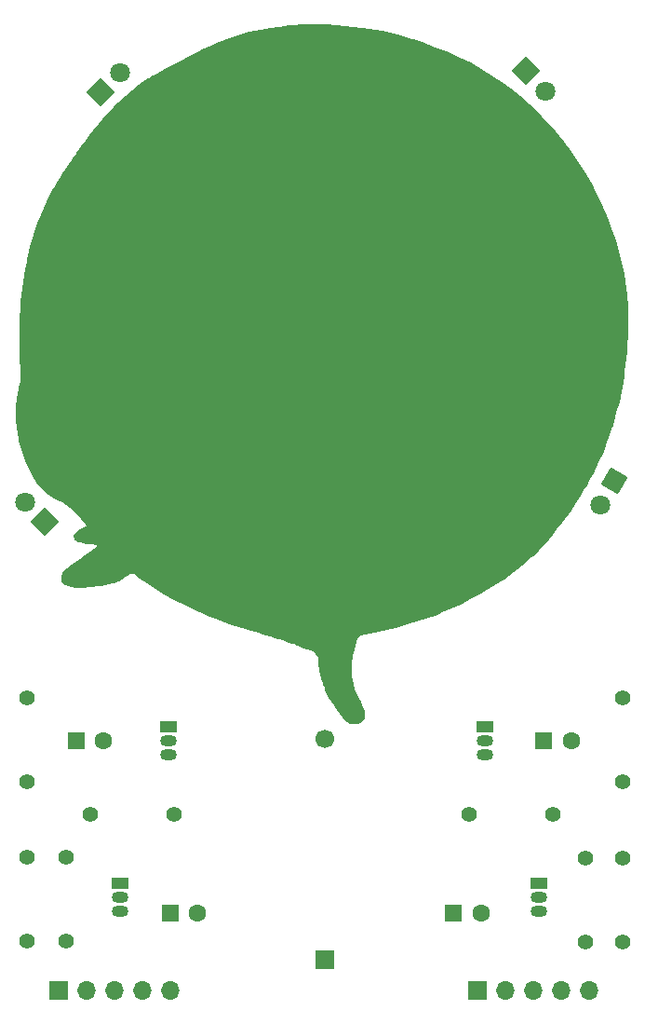
<source format=gbs>
G04 #@! TF.GenerationSoftware,KiCad,Pcbnew,(6.0.11)*
G04 #@! TF.CreationDate,2023-07-10T16:30:22-05:00*
G04 #@! TF.ProjectId,sailor_moon,7361696c-6f72-45f6-9d6f-6f6e2e6b6963,rev?*
G04 #@! TF.SameCoordinates,Original*
G04 #@! TF.FileFunction,Soldermask,Bot*
G04 #@! TF.FilePolarity,Negative*
%FSLAX46Y46*%
G04 Gerber Fmt 4.6, Leading zero omitted, Abs format (unit mm)*
G04 Created by KiCad (PCBNEW (6.0.11)) date 2023-07-10 16:30:22*
%MOMM*%
%LPD*%
G01*
G04 APERTURE LIST*
G04 Aperture macros list*
%AMRotRect*
0 Rectangle, with rotation*
0 The origin of the aperture is its center*
0 $1 length*
0 $2 width*
0 $3 Rotation angle, in degrees counterclockwise*
0 Add horizontal line*
21,1,$1,$2,0,0,$3*%
G04 Aperture macros list end*
%ADD10RotRect,1.800000X1.800000X240.000000*%
%ADD11C,1.800000*%
%ADD12C,1.400000*%
%ADD13R,1.600000X1.600000*%
%ADD14C,1.600000*%
%ADD15R,1.500000X1.050000*%
%ADD16O,1.500000X1.050000*%
%ADD17R,1.700000X1.700000*%
%ADD18C,1.700000*%
%ADD19RotRect,1.800000X1.800000X135.000000*%
%ADD20O,1.700000X1.700000*%
%ADD21RotRect,1.800000X1.800000X315.000000*%
%ADD22RotRect,1.800000X1.800000X45.000000*%
G04 APERTURE END LIST*
G36*
X130477606Y-61224919D02*
G01*
X130690401Y-61230145D01*
X130895799Y-61238467D01*
X131105668Y-61250171D01*
X131331876Y-61265541D01*
X131568069Y-61283435D01*
X132392588Y-61354192D01*
X133178442Y-61434231D01*
X133920654Y-61522882D01*
X134614243Y-61619472D01*
X135254232Y-61723327D01*
X135835642Y-61833777D01*
X136152324Y-61902480D01*
X136788858Y-62058835D01*
X137470099Y-62246222D01*
X138184056Y-62460443D01*
X138918733Y-62697303D01*
X139662136Y-62952606D01*
X140402271Y-63222156D01*
X141127145Y-63501756D01*
X141824763Y-63787212D01*
X142483131Y-64074326D01*
X142866229Y-64251273D01*
X143819540Y-64729638D01*
X144769267Y-65259711D01*
X145707103Y-65835535D01*
X146624743Y-66451153D01*
X147513879Y-67100608D01*
X148366205Y-67777942D01*
X149173414Y-68477199D01*
X149927200Y-69192422D01*
X150326329Y-69601328D01*
X150778974Y-70083698D01*
X151187642Y-70529870D01*
X151558780Y-70947395D01*
X151898830Y-71343825D01*
X152214236Y-71726710D01*
X152511444Y-72103602D01*
X152796897Y-72482052D01*
X152871687Y-72583968D01*
X153371990Y-73300348D01*
X153869438Y-74072290D01*
X154358208Y-74888668D01*
X154832479Y-75738357D01*
X155286427Y-76610229D01*
X155714232Y-77493160D01*
X156110070Y-78376023D01*
X156468120Y-79247692D01*
X156740357Y-79977003D01*
X156945030Y-80584092D01*
X157140982Y-81224330D01*
X157325838Y-81887012D01*
X157497219Y-82561429D01*
X157652749Y-83236873D01*
X157790051Y-83902638D01*
X157906746Y-84548016D01*
X158000459Y-85162298D01*
X158068812Y-85734778D01*
X158100077Y-86101708D01*
X158129026Y-86623487D01*
X158148204Y-87194579D01*
X158157765Y-87799235D01*
X158157862Y-88421708D01*
X158148652Y-89046249D01*
X158130287Y-89657110D01*
X158102922Y-90238543D01*
X158066711Y-90774800D01*
X158052648Y-90941392D01*
X157991802Y-91596806D01*
X157930834Y-92194893D01*
X157868085Y-92745064D01*
X157801899Y-93256730D01*
X157730619Y-93739302D01*
X157652588Y-94202189D01*
X157566148Y-94654802D01*
X157469643Y-95106552D01*
X157361414Y-95566849D01*
X157239806Y-96045104D01*
X157103160Y-96550727D01*
X157000546Y-96915900D01*
X156882418Y-97327840D01*
X156777722Y-97685391D01*
X156683058Y-97998762D01*
X156595029Y-98278162D01*
X156510237Y-98533799D01*
X156425284Y-98775882D01*
X156336771Y-99014621D01*
X156241300Y-99260224D01*
X156135474Y-99522900D01*
X156120961Y-99558389D01*
X155838212Y-100233515D01*
X155563423Y-100856746D01*
X155290026Y-101441343D01*
X155011452Y-102000565D01*
X154721133Y-102547672D01*
X154412502Y-103095924D01*
X154139765Y-103557950D01*
X153822526Y-104079824D01*
X153528161Y-104551885D01*
X153249791Y-104984081D01*
X152980542Y-105386358D01*
X152713536Y-105768661D01*
X152441897Y-106140939D01*
X152158749Y-106513136D01*
X151857215Y-106895201D01*
X151686969Y-107105868D01*
X151296024Y-107581743D01*
X150938536Y-108007326D01*
X150610201Y-108387376D01*
X150306716Y-108726650D01*
X150023777Y-109029905D01*
X149757081Y-109301899D01*
X149502323Y-109547387D01*
X149360821Y-109677265D01*
X148543695Y-110382942D01*
X147716604Y-111034510D01*
X146863030Y-111644293D01*
X145966454Y-112224612D01*
X145853483Y-112293898D01*
X145277162Y-112642515D01*
X144747490Y-112956432D01*
X144256633Y-113239520D01*
X143796755Y-113495650D01*
X143360023Y-113728694D01*
X142938601Y-113942522D01*
X142524656Y-114141005D01*
X142110353Y-114328015D01*
X141687858Y-114507423D01*
X141249336Y-114683100D01*
X140786953Y-114858916D01*
X140312878Y-115031592D01*
X139429671Y-115339797D01*
X138592738Y-115615305D01*
X137791812Y-115860905D01*
X137016626Y-116079387D01*
X136256914Y-116273541D01*
X135502410Y-116446156D01*
X134742846Y-116600022D01*
X134140258Y-116708819D01*
X133950125Y-116746437D01*
X133808031Y-116791756D01*
X133702141Y-116855644D01*
X133620618Y-116948966D01*
X133551626Y-117082591D01*
X133483329Y-117267384D01*
X133462205Y-117331352D01*
X133270034Y-117994110D01*
X133127629Y-118645693D01*
X133037181Y-119275273D01*
X133014206Y-119545597D01*
X133008973Y-119810207D01*
X133022836Y-120118572D01*
X133053516Y-120451208D01*
X133098732Y-120788632D01*
X133156208Y-121111360D01*
X133223663Y-121399906D01*
X133236466Y-121445929D01*
X133265790Y-121546995D01*
X133294037Y-121638985D01*
X133324063Y-121728171D01*
X133358726Y-121820824D01*
X133400884Y-121923216D01*
X133453394Y-122041618D01*
X133519114Y-122182302D01*
X133600901Y-122351539D01*
X133701613Y-122555601D01*
X133824108Y-122800760D01*
X133971242Y-123093286D01*
X134134715Y-123417345D01*
X134206887Y-123623993D01*
X134235964Y-123857246D01*
X134220775Y-124091764D01*
X134174003Y-124268462D01*
X134125516Y-124376510D01*
X134065017Y-124461653D01*
X133974978Y-124545163D01*
X133895721Y-124606119D01*
X133778310Y-124686981D01*
X133664939Y-124755019D01*
X133578820Y-124796381D01*
X133574060Y-124798037D01*
X133475125Y-124817339D01*
X133334518Y-124828411D01*
X133176855Y-124830929D01*
X133026747Y-124824571D01*
X132908809Y-124809014D01*
X132899532Y-124806891D01*
X132837192Y-124777323D01*
X132739710Y-124714753D01*
X132622626Y-124629627D01*
X132545948Y-124569243D01*
X132363455Y-124400475D01*
X132156749Y-124171445D01*
X131926976Y-123883639D01*
X131675280Y-123538545D01*
X131402808Y-123137651D01*
X131191191Y-122810222D01*
X131053704Y-122590799D01*
X130942968Y-122406105D01*
X130850109Y-122238795D01*
X130766251Y-122071525D01*
X130682520Y-121886950D01*
X130590040Y-121667726D01*
X130525110Y-121508514D01*
X130429182Y-121269097D01*
X130354550Y-121074941D01*
X130296284Y-120909919D01*
X130249454Y-120757906D01*
X130209128Y-120602776D01*
X130170376Y-120428404D01*
X130128268Y-120218662D01*
X130123942Y-120196452D01*
X130081051Y-119960775D01*
X130040161Y-119708714D01*
X130004597Y-119462750D01*
X129977685Y-119245366D01*
X129966652Y-119133003D01*
X129929448Y-118687032D01*
X129749310Y-118464079D01*
X129569172Y-118241125D01*
X129191813Y-118119304D01*
X129028494Y-118066804D01*
X128874979Y-118017851D01*
X128750139Y-117978441D01*
X128680946Y-117957008D01*
X128593626Y-117923640D01*
X128468149Y-117867068D01*
X128324647Y-117796623D01*
X128241083Y-117753083D01*
X128152023Y-117708439D01*
X128045992Y-117661212D01*
X127916967Y-117609280D01*
X127758930Y-117550520D01*
X127565857Y-117482812D01*
X127331730Y-117404033D01*
X127050526Y-117312062D01*
X126716225Y-117204776D01*
X126405340Y-117106125D01*
X126028505Y-116987864D01*
X125611847Y-116858628D01*
X125172085Y-116723507D01*
X124725937Y-116587590D01*
X124290121Y-116455966D01*
X123881354Y-116333724D01*
X123516356Y-116225954D01*
X123455865Y-116208272D01*
X122980081Y-116066838D01*
X122532481Y-115927873D01*
X122103426Y-115787766D01*
X121683279Y-115642907D01*
X121262399Y-115489685D01*
X120831150Y-115324492D01*
X120379891Y-115143716D01*
X119898984Y-114943748D01*
X119378792Y-114720978D01*
X118809674Y-114471794D01*
X118754349Y-114447340D01*
X117767991Y-113991380D01*
X116833653Y-113519330D01*
X115954249Y-113032871D01*
X115132698Y-112533685D01*
X114371914Y-112023453D01*
X113745974Y-111559617D01*
X113526221Y-111392012D01*
X113353152Y-111268039D01*
X113224363Y-111186093D01*
X113137449Y-111144567D01*
X113116902Y-111139354D01*
X112963623Y-111146554D01*
X112788693Y-111212146D01*
X112598025Y-111333725D01*
X112553944Y-111368239D01*
X112448828Y-111446962D01*
X112308207Y-111543764D01*
X112154472Y-111643500D01*
X112069976Y-111695605D01*
X111941467Y-111770311D01*
X111824483Y-111830269D01*
X111703057Y-111881710D01*
X111561217Y-111930862D01*
X111382995Y-111983957D01*
X111205154Y-112033008D01*
X110914858Y-112103357D01*
X110576648Y-112171689D01*
X110206186Y-112235866D01*
X109819129Y-112293751D01*
X109431140Y-112343203D01*
X109057876Y-112382086D01*
X108714999Y-112408261D01*
X108418168Y-112419588D01*
X108371946Y-112419885D01*
X107939044Y-112404351D01*
X107562642Y-112357239D01*
X107243322Y-112278726D01*
X106981666Y-112168987D01*
X106778257Y-112028196D01*
X106667624Y-111906923D01*
X106615081Y-111828153D01*
X106585204Y-111755259D01*
X106571780Y-111664337D01*
X106568597Y-111531488D01*
X106568594Y-111525929D01*
X106570493Y-111402331D01*
X106581341Y-111313389D01*
X106608868Y-111235758D01*
X106660800Y-111146095D01*
X106727136Y-111047045D01*
X106796224Y-110951994D01*
X106871043Y-110864911D01*
X106962115Y-110776059D01*
X107079960Y-110675705D01*
X107235101Y-110554114D01*
X107369646Y-110452555D01*
X107571881Y-110303167D01*
X107805917Y-110133252D01*
X108048266Y-109959690D01*
X108275439Y-109799363D01*
X108370960Y-109732918D01*
X108702348Y-109503481D01*
X108982444Y-109308541D01*
X109215076Y-109144941D01*
X109404073Y-109009524D01*
X109553263Y-108899134D01*
X109666476Y-108810614D01*
X109747539Y-108740806D01*
X109800281Y-108686556D01*
X109828531Y-108644704D01*
X109836118Y-108612096D01*
X109826870Y-108585574D01*
X109804616Y-108561982D01*
X109797832Y-108556457D01*
X109751547Y-108541611D01*
X109651333Y-108522322D01*
X109509707Y-108500594D01*
X109339182Y-108478431D01*
X109238765Y-108466910D01*
X108883882Y-108424539D01*
X108589690Y-108380336D01*
X108350131Y-108331509D01*
X108159149Y-108275268D01*
X108010686Y-108208821D01*
X107898687Y-108129379D01*
X107817093Y-108034151D01*
X107759849Y-107920346D01*
X107720897Y-107785174D01*
X107716825Y-107765711D01*
X107680167Y-107584098D01*
X107833645Y-107435823D01*
X107936018Y-107350571D01*
X108081293Y-107247208D01*
X108252182Y-107136491D01*
X108431398Y-107029179D01*
X108601654Y-106936029D01*
X108745661Y-106867797D01*
X108748157Y-106866759D01*
X108826956Y-106830109D01*
X108854531Y-106798269D01*
X108842592Y-106753795D01*
X108834515Y-106738113D01*
X108779712Y-106653949D01*
X108687084Y-106532016D01*
X108565384Y-106382362D01*
X108423370Y-106215032D01*
X108269794Y-106040075D01*
X108113412Y-105867537D01*
X107962979Y-105707465D01*
X107827250Y-105569907D01*
X107762726Y-105508126D01*
X107397815Y-105187369D01*
X107041150Y-104915223D01*
X106674667Y-104678951D01*
X106295316Y-104473293D01*
X105957186Y-104295557D01*
X105664978Y-104120998D01*
X105399792Y-103936855D01*
X105142725Y-103730365D01*
X104975464Y-103582172D01*
X104850225Y-103462877D01*
X104734090Y-103340326D01*
X104617256Y-103202658D01*
X104489915Y-103038013D01*
X104342263Y-102834530D01*
X104255747Y-102711643D01*
X104100179Y-102485903D01*
X103975731Y-102296462D01*
X103872801Y-102126728D01*
X103781788Y-101960104D01*
X103693090Y-101779997D01*
X103603977Y-101585214D01*
X103408254Y-101120300D01*
X103216091Y-100613295D01*
X103035125Y-100086794D01*
X102872996Y-99563390D01*
X102737342Y-99065675D01*
X102699437Y-98909851D01*
X102584244Y-98361471D01*
X102503000Y-97832726D01*
X102452923Y-97299129D01*
X102431233Y-96736196D01*
X102429829Y-96536702D01*
X102434246Y-96280967D01*
X102448419Y-96024871D01*
X102473730Y-95758378D01*
X102511564Y-95471453D01*
X102563304Y-95154061D01*
X102630333Y-94796168D01*
X102714034Y-94387738D01*
X102747945Y-94229040D01*
X102800185Y-93974392D01*
X102839658Y-93747365D01*
X102867035Y-93534455D01*
X102882984Y-93322159D01*
X102888174Y-93096974D01*
X102883274Y-92845395D01*
X102868955Y-92553921D01*
X102847173Y-92226897D01*
X102831601Y-91959239D01*
X102819030Y-91637156D01*
X102809388Y-91269345D01*
X102802604Y-90864502D01*
X102798604Y-90431324D01*
X102797319Y-89978508D01*
X102798676Y-89514750D01*
X102802604Y-89048748D01*
X102809031Y-88589196D01*
X102817885Y-88144793D01*
X102829095Y-87724236D01*
X102842589Y-87336219D01*
X102858295Y-86989441D01*
X102876142Y-86692598D01*
X102894610Y-86468856D01*
X102957574Y-85873807D01*
X103028102Y-85293100D01*
X103108375Y-84712149D01*
X103200576Y-84116369D01*
X103306886Y-83491175D01*
X103429486Y-82821980D01*
X103478754Y-82563731D01*
X103545250Y-82249467D01*
X103635516Y-81873825D01*
X103749612Y-81436583D01*
X103887595Y-80937518D01*
X104049523Y-80376407D01*
X104063917Y-80327463D01*
X104223887Y-79823911D01*
X104417463Y-79281173D01*
X104638432Y-78713643D01*
X104880587Y-78135717D01*
X105137716Y-77561790D01*
X105403609Y-77006257D01*
X105672057Y-76483511D01*
X105899810Y-76071879D01*
X105970161Y-75954060D01*
X106073320Y-75787577D01*
X106204918Y-75579207D01*
X106360587Y-75335729D01*
X106535958Y-75063921D01*
X106726662Y-74770561D01*
X106928329Y-74462427D01*
X107136591Y-74146299D01*
X107295223Y-73906926D01*
X107532241Y-73550571D01*
X107738242Y-73242078D01*
X107918938Y-72973568D01*
X108080041Y-72737159D01*
X108227262Y-72524974D01*
X108366313Y-72329131D01*
X108502905Y-72141751D01*
X108642750Y-71954954D01*
X108791559Y-71760860D01*
X108955044Y-71551590D01*
X109138917Y-71319262D01*
X109348889Y-71055998D01*
X109484665Y-70886295D01*
X109746788Y-70559762D01*
X109974569Y-70278303D01*
X110174618Y-70034276D01*
X110353548Y-69820041D01*
X110517970Y-69627956D01*
X110674497Y-69450380D01*
X110829739Y-69279671D01*
X110990308Y-69108190D01*
X111162817Y-68928293D01*
X111307021Y-68780175D01*
X111547377Y-68536761D01*
X111766149Y-68320823D01*
X111975455Y-68121294D01*
X112187412Y-67927105D01*
X112414137Y-67727189D01*
X112667749Y-67510477D01*
X112960365Y-67265902D01*
X113009255Y-67225396D01*
X113259526Y-67018580D01*
X113467655Y-66847993D01*
X113642753Y-66707099D01*
X113793933Y-66589359D01*
X113930307Y-66488235D01*
X114060987Y-66397189D01*
X114195085Y-66309683D01*
X114341713Y-66219178D01*
X114509982Y-66119138D01*
X114709006Y-66003023D01*
X114729304Y-65991233D01*
X115124802Y-65764857D01*
X115555699Y-65524232D01*
X116014675Y-65273095D01*
X116494412Y-65015185D01*
X116987591Y-64754239D01*
X117486892Y-64493996D01*
X117984996Y-64238194D01*
X118474585Y-63990570D01*
X118948339Y-63754863D01*
X119398939Y-63534811D01*
X119819066Y-63334151D01*
X120201400Y-63156622D01*
X120538624Y-63005961D01*
X120753877Y-62914360D01*
X121410328Y-62654584D01*
X122064596Y-62420536D01*
X122725269Y-62210128D01*
X123400936Y-62021273D01*
X124100187Y-61851882D01*
X124831609Y-61699867D01*
X125603793Y-61563141D01*
X126425327Y-61439616D01*
X127262418Y-61332224D01*
X127461970Y-61309390D01*
X127646501Y-61290603D01*
X127826511Y-61275336D01*
X128012500Y-61263063D01*
X128214967Y-61253257D01*
X128444414Y-61245391D01*
X128711340Y-61238938D01*
X129026245Y-61233373D01*
X129315112Y-61229267D01*
X129676167Y-61224962D01*
X129982356Y-61222613D01*
X130245547Y-61222503D01*
X130477606Y-61224919D01*
G37*
D10*
X156857500Y-102705818D03*
D11*
X155587500Y-104905523D03*
D12*
X154250000Y-137000000D03*
X154250000Y-144620000D03*
D13*
X116500000Y-142000000D03*
D14*
X119000000Y-142000000D03*
D15*
X145130000Y-125050000D03*
D16*
X145130000Y-126320000D03*
X145130000Y-127590000D03*
D17*
X130570000Y-146195000D03*
D18*
X130570000Y-126195000D03*
D13*
X107950000Y-126300000D03*
D14*
X110450000Y-126300000D03*
D19*
X105110000Y-106410000D03*
D11*
X103313949Y-104613949D03*
D12*
X109190000Y-133000000D03*
X116810000Y-133000000D03*
X103500000Y-136930000D03*
X103500000Y-144550000D03*
D15*
X111940000Y-139320000D03*
D16*
X111940000Y-140590000D03*
X111940000Y-141860000D03*
D12*
X157620000Y-130090000D03*
X157620000Y-122470000D03*
D17*
X106380000Y-149000000D03*
D20*
X108920000Y-149000000D03*
X111460000Y-149000000D03*
X114000000Y-149000000D03*
X116540000Y-149000000D03*
D15*
X116360000Y-125040000D03*
D16*
X116360000Y-126310000D03*
X116360000Y-127580000D03*
D12*
X143690000Y-133000000D03*
X151310000Y-133000000D03*
D13*
X142250000Y-142000000D03*
D14*
X144750000Y-142000000D03*
D12*
X107000000Y-136940000D03*
X107000000Y-144560000D03*
X157640000Y-137000000D03*
X157640000Y-144620000D03*
D13*
X150500000Y-126340000D03*
D14*
X153000000Y-126340000D03*
D21*
X148868439Y-65487834D03*
D11*
X150664490Y-67283885D03*
D17*
X144480000Y-149000000D03*
D20*
X147020000Y-149000000D03*
X149560000Y-149000000D03*
X152100000Y-149000000D03*
X154640000Y-149000000D03*
D12*
X103480000Y-130050000D03*
X103480000Y-122430000D03*
D15*
X150000000Y-139300000D03*
D16*
X150000000Y-140570000D03*
X150000000Y-141840000D03*
D22*
X110150000Y-67380000D03*
D11*
X111946051Y-65583949D03*
M02*

</source>
